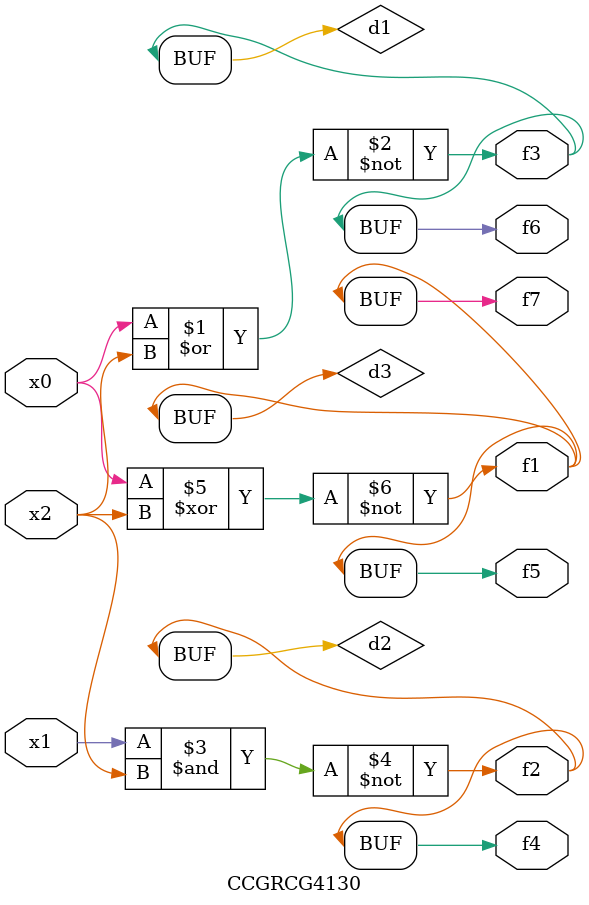
<source format=v>
module CCGRCG4130(
	input x0, x1, x2,
	output f1, f2, f3, f4, f5, f6, f7
);

	wire d1, d2, d3;

	nor (d1, x0, x2);
	nand (d2, x1, x2);
	xnor (d3, x0, x2);
	assign f1 = d3;
	assign f2 = d2;
	assign f3 = d1;
	assign f4 = d2;
	assign f5 = d3;
	assign f6 = d1;
	assign f7 = d3;
endmodule

</source>
